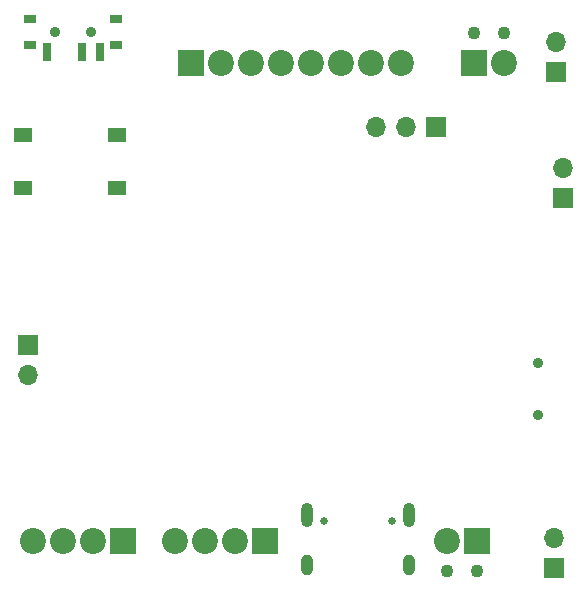
<source format=gbr>
%TF.GenerationSoftware,KiCad,Pcbnew,7.0.7*%
%TF.CreationDate,2024-03-18T15:08:08-05:00*%
%TF.ProjectId,rev2,72657632-2e6b-4696-9361-645f70636258,rev?*%
%TF.SameCoordinates,Original*%
%TF.FileFunction,Soldermask,Bot*%
%TF.FilePolarity,Negative*%
%FSLAX46Y46*%
G04 Gerber Fmt 4.6, Leading zero omitted, Abs format (unit mm)*
G04 Created by KiCad (PCBNEW 7.0.7) date 2024-03-18 15:08:08*
%MOMM*%
%LPD*%
G01*
G04 APERTURE LIST*
%ADD10C,0.900000*%
%ADD11C,0.650000*%
%ADD12O,1.000000X2.100000*%
%ADD13O,1.000000X1.800000*%
%ADD14C,1.100000*%
%ADD15R,2.200000X2.200000*%
%ADD16C,2.200000*%
%ADD17R,1.550000X1.300000*%
%ADD18R,1.700000X1.700000*%
%ADD19O,1.700000X1.700000*%
%ADD20R,1.000000X0.800000*%
%ADD21R,0.700000X1.500000*%
G04 APERTURE END LIST*
D10*
%TO.C,J8*%
X155439000Y-108372000D03*
X155439000Y-103972000D03*
%TD*%
D11*
%TO.C,J9*%
X137318000Y-117319000D03*
X143098000Y-117319000D03*
D12*
X135888000Y-116819000D03*
D13*
X135888000Y-120999000D03*
D12*
X144528000Y-116819000D03*
D13*
X144528000Y-120999000D03*
%TD*%
D14*
%TO.C,J2*%
X149980000Y-75960000D03*
X152520000Y-75960000D03*
D15*
X149980000Y-78500000D03*
D16*
X152520000Y-78500000D03*
%TD*%
D17*
%TO.C,SW1*%
X119804000Y-84618000D03*
X111844000Y-84618000D03*
X119804000Y-89118000D03*
X111844000Y-89118000D03*
%TD*%
D18*
%TO.C,J3*%
X156750000Y-121275000D03*
D19*
X156750000Y-118735000D03*
%TD*%
D15*
%TO.C,J6*%
X120269000Y-118999000D03*
D16*
X117729000Y-118999000D03*
X115189000Y-118999000D03*
X112649000Y-118999000D03*
%TD*%
D18*
%TO.C,J5*%
X112268000Y-102407800D03*
D19*
X112268000Y-104947800D03*
%TD*%
D14*
%TO.C,J4*%
X150270000Y-121540000D03*
X147730000Y-121540000D03*
D15*
X150270000Y-119000000D03*
D16*
X147730000Y-119000000D03*
%TD*%
D18*
%TO.C,J12*%
X157581600Y-89971800D03*
D19*
X157581600Y-87431800D03*
%TD*%
D18*
%TO.C,J1*%
X157000000Y-79275000D03*
D19*
X157000000Y-76735000D03*
%TD*%
D15*
%TO.C,J10*%
X126090000Y-78500000D03*
D16*
X128630000Y-78500000D03*
X131170000Y-78500000D03*
X133710000Y-78500000D03*
X136250000Y-78500000D03*
X138790000Y-78500000D03*
X141330000Y-78500000D03*
X143870000Y-78500000D03*
%TD*%
D15*
%TO.C,J7*%
X132290000Y-119000000D03*
D16*
X129750000Y-119000000D03*
X127210000Y-119000000D03*
X124670000Y-119000000D03*
%TD*%
D18*
%TO.C,J11*%
X146761200Y-83921600D03*
D19*
X144221200Y-83921600D03*
X141681200Y-83921600D03*
%TD*%
D20*
%TO.C,SW2*%
X112428000Y-74770000D03*
X112428000Y-76980000D03*
D10*
X114578000Y-75870000D03*
X117578000Y-75870000D03*
D20*
X119728000Y-74770000D03*
X119728000Y-76980000D03*
D21*
X113828000Y-77630000D03*
X116828000Y-77630000D03*
X118328000Y-77630000D03*
%TD*%
M02*

</source>
